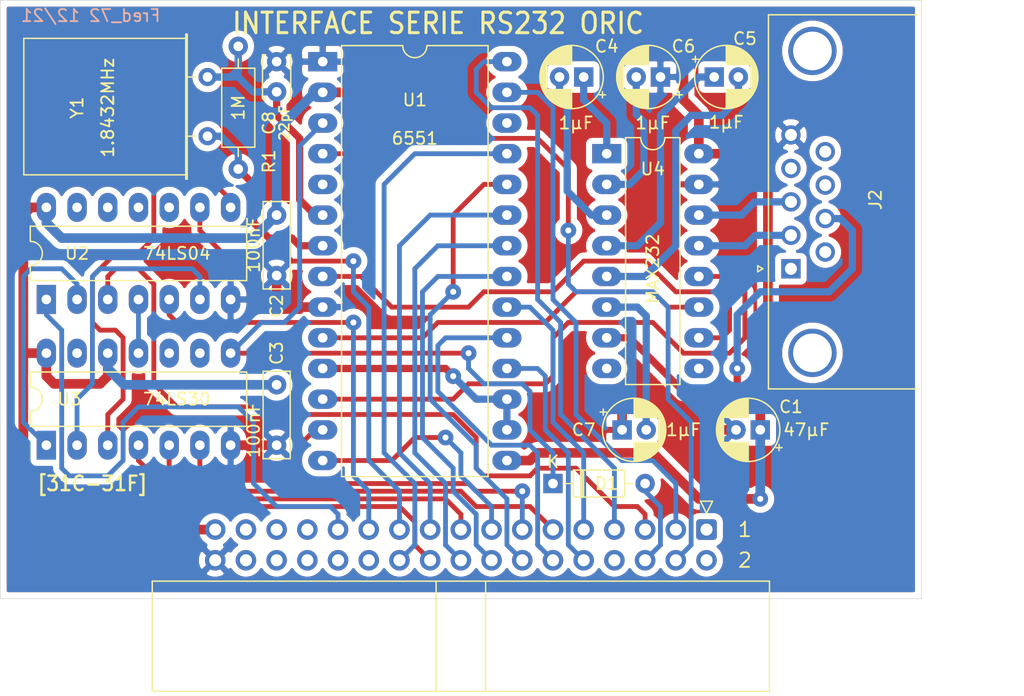
<source format=kicad_pcb>
(kicad_pcb (version 20171130) (host pcbnew "(5.1.12)-1")
  (title_block (title "INTERFACE ACIA ORIC") (rev 1.0))
  (layers (0 F.Cu signal) (31 B.Cu signal) (34 B.Paste user) (35 F.Paste user) (36 B.SilkS user) (37 F.SilkS user) (38 B.Mask user) (39 F.Mask user) (44 Edge.Cuts user))
  (net 0 "")
  (net 1 GND)
  (net 2 VCC)
  (net 3 /~RESET)
  (net 4 /D0)
  (net 5 /D1)
  (net 6 /D2)
  (net 7 /D3)
  (net 8 /D4)
  (net 9 /D5)
  (net 10 /D6)
  (net 11 /D7)
  (net 12 /A0)
  (net 13 /A1)
  (net 14 /A2)
  (net 15 /A3)
  (net 16 /A4)
  (net 17 /A5)
  (net 18 /A6)
  (net 19 /A7)
  (net 20 /A8)
  (net 21 /A9)
  (net 22 /A10)
  (net 23 /A11)
  (net 24 /A12)
  (net 25 /A13)
  (net 26 /A14)
  (net 27 /A15)
  (net 28 "Net-(C4-Pad2)")
  (net 29 "Net-(C5-Pad2)")
  (net 30 "Net-(C6-Pad2)")
  (net 31 /~IOCTRL)
  (net 32 "Net-(D1-Pad1)")
  (net 33 /~IRQ)
  (net 34 /~ROMDIS)
  (net 35 /R_~W)
  (net 36 /~IO)
  (net 37 /PHI2)
  (net 38 /~MAP)
  (net 39 "Net-(C7-Pad2)")
  (net 40 "Net-(U1-Pad5)")
  (net 41 "Net-(U1-Pad8)")
  (net 42 "Net-(U2-Pad6)")
  (net 43 "Net-(U2-Pad2)")
  (net 44 "Net-(U2-Pad8)")
  (net 45 "Net-(C4-Pad1)")
  (net 46 "Net-(C5-Pad1)")
  (net 47 "Net-(U1-Pad26)")
  (net 48 "Net-(U1-Pad12)")
  (net 49 "Net-(U1-Pad11)")
  (net 50 "Net-(U1-Pad10)")
  (net 51 "Net-(U2-Pad4)")
  (net 52 "Net-(U4-Pad8)")
  (net 53 "Net-(J2-Pad2)")
  (net 54 "Net-(J2-Pad3)")
  (net 55 "Net-(U4-Pad9)")
  (net 56 "Net-(J2-Pad9)")
  (net 57 "Net-(J2-Pad8)")
  (net 58 "Net-(J2-Pad7)")
  (net 59 "Net-(J2-Pad6)")
  (net 60 "Net-(J2-Pad4)")
  (net 61 "Net-(J2-Pad1)")
  (net 62 "Net-(C8-Pad2)")
  (net 63 "Net-(R1-Pad1)")
  (module Connector_Dsub:DSUB-9_Male_Horizontal_P2.77x2.84mm (layer F.Cu) (at 179.705 74.295 90)
    (fp_text reference J2 (at 5.715 6.985 90) (layer F.SilkS))
    (fp_text value RS232)
    (pad 0 thru_hole circle (at 18.034 1.778 90) (size 4 4) (drill 3.2) (layers *.Cu *.Mask))
    (pad 0 thru_hole circle (at -6.96 1.778 90) (size 4 4) (drill 3.2) (layers *.Cu *.Mask))
    (pad 9 thru_hole circle (at 9.695 2.84 90) (size 1.6 1.6) (drill 1) (layers *.Cu *.Mask) (net 56 "Net-(J2-Pad9)"))
    (pad 8 thru_hole circle (at 6.925 2.84 90) (size 1.6 1.6) (drill 1) (layers *.Cu *.Mask) (net 57 "Net-(J2-Pad8)"))
    (pad 7 thru_hole circle (at 4.155 2.84 90) (size 1.6 1.6) (drill 1) (layers *.Cu *.Mask) (net 58 "Net-(J2-Pad7)"))
    (pad 6 thru_hole circle (at 1.385 2.84 90) (size 1.6 1.6) (drill 1) (layers *.Cu *.Mask) (net 59 "Net-(J2-Pad6)"))
    (pad 5 thru_hole circle (at 11.08 0 90) (size 1.6 1.6) (drill 1) (layers *.Cu *.Mask) (net 1 GND))
    (pad 4 thru_hole circle (at 8.31 0 90) (size 1.6 1.6) (drill 1) (layers *.Cu *.Mask) (net 60 "Net-(J2-Pad4)"))
    (pad 3 thru_hole circle (at 5.54 0 90) (size 1.6 1.6) (drill 1) (layers *.Cu *.Mask) (net 54 "Net-(J2-Pad3)"))
    (pad 2 thru_hole circle (at 2.77 0 90) (size 1.6 1.6) (drill 1) (layers *.Cu *.Mask) (net 53 "Net-(J2-Pad2)"))
    (pad 1 thru_hole rect (at 0 0 90) (size 1.6 1.6) (drill 1) (layers *.Cu *.Mask) (net 61 "Net-(J2-Pad1)"))
  )
  (module Resistor_THT:R_Axial_DIN0207_L6.3mm_D2.5mm_P10.16mm_Horizontal (layer F.Cu) (at 133.985 66.04 90)
    (fp_text reference R1 (at 0.635 2.54 270) (layer F.SilkS))
    (fp_text value 1M (at 5.08 0 270) (layer F.SilkS))
    (pad 2 thru_hole oval (at 10.16 0 90) (size 1.6 1.6) (drill 0.8) (layers *.Cu *.Mask) (net 62 "Net-(C8-Pad2)"))
    (pad 1 thru_hole circle (at 0 0 90) (size 1.6 1.6) (drill 0.8) (layers *.Cu *.Mask) (net 63 "Net-(R1-Pad1)"))
  )
  (module Capacitor_THT:CP_Radial_D5.0mm_P2.00mm (layer F.Cu) (at 165.735 87.63)
    (fp_text reference C7 (at -3.175 0) (layer F.SilkS))
    (fp_text value 1µF (at 5.08 0) (layer F.SilkS))
    (pad 2 thru_hole circle (at 2 0) (size 1.6 1.6) (drill 0.8) (layers *.Cu *.Mask) (net 39 "Net-(C7-Pad2)"))
    (pad 1 thru_hole rect (at 0 0) (size 1.6 1.6) (drill 0.8) (layers *.Cu *.Mask) (net 1 GND))
  )
  (module Capacitor_THT:CP_Radial_D5.0mm_P2.00mm (layer F.Cu) (at 168.91 58.42 180)
    (fp_text reference C6 (at -1.905 2.54) (layer F.SilkS))
    (fp_text value 1µF (at 0.635 -3.81) (layer F.SilkS))
    (pad 2 thru_hole circle (at 2 0 180) (size 1.6 1.6) (drill 0.8) (layers *.Cu *.Mask) (net 30 "Net-(C6-Pad2)"))
    (pad 1 thru_hole rect (at 0 0 180) (size 1.6 1.6) (drill 0.8) (layers *.Cu *.Mask) (net 1 GND))
  )
  (module Capacitor_THT:CP_Radial_D5.0mm_P2.00mm (layer F.Cu) (at 173.355 58.42)
    (fp_text reference C5 (at 2.54 -3.175 180) (layer F.SilkS))
    (fp_text value 1µF (at 1 3.75 180) (layer F.SilkS))
    (pad 2 thru_hole circle (at 2 0) (size 1.6 1.6) (drill 0.8) (layers *.Cu *.Mask) (net 29 "Net-(C5-Pad2)"))
    (pad 1 thru_hole rect (at 0 0) (size 1.6 1.6) (drill 0.8) (layers *.Cu *.Mask) (net 46 "Net-(C5-Pad1)"))
  )
  (module Capacitor_THT:CP_Radial_D5.0mm_P2.00mm (layer F.Cu) (at 162.56 58.42 180)
    (fp_text reference C4 (at -1.905 2.54) (layer F.SilkS))
    (fp_text value 1µF (at 0.635 -3.81) (layer F.SilkS))
    (pad 2 thru_hole circle (at 2 0 180) (size 1.6 1.6) (drill 0.8) (layers *.Cu *.Mask) (net 28 "Net-(C4-Pad2)"))
    (pad 1 thru_hole rect (at 0 0 180) (size 1.6 1.6) (drill 0.8) (layers *.Cu *.Mask) (net 45 "Net-(C4-Pad1)"))
  )
  (module Crystal:Crystal_HC49-U_Horizontal (layer F.Cu) (at 131.445 58.42 270)
    (fp_text reference Y1 (at 2.54 10.795 90) (layer F.SilkS))
    (fp_text value 1.8432MHz (at 2.54 8.255 90) (layer F.SilkS))
    (pad 2 thru_hole circle (at 4.9 0 270) (size 1.5 1.5) (drill 0.8) (layers *.Cu *.Mask) (net 63 "Net-(R1-Pad1)"))
    (pad 1 thru_hole circle (at 0 0 270) (size 1.5 1.5) (drill 0.8) (layers *.Cu *.Mask) (net 62 "Net-(C8-Pad2)"))
  )
  (module Capacitor_THT:C_Disc_D3.4mm_W2.1mm_P2.50mm (layer F.Cu) (at 137.16 57.15 270)
    (fp_text reference C8 (at 5.08 0.635 90) (layer F.SilkS))
    (fp_text value 22pF (at 5.08 -0.635 90) (layer F.SilkS) (effects (font (size 0.8 0.8))))
    (pad 2 thru_hole circle (at 2.5 0 270) (size 1.6 1.6) (drill 0.8) (layers *.Cu *.Mask) (net 62 "Net-(C8-Pad2)"))
    (pad 1 thru_hole circle (at 0 0 270) (size 1.6 1.6) (drill 0.8) (layers *.Cu *.Mask) (net 1 GND))
  )
  (module Package_DIP:DIP-16_W7.62mm_LongPads (layer F.Cu) (at 164.465 64.77)
    (fp_text reference U4 (at 3.81 1.27) (layer F.SilkS))
    (fp_text value MAX232 (at 3.81 9.525 90) (layer F.SilkS))
    (pad 16 thru_hole oval (at 7.62 0) (size 2.4 1.6) (drill 0.8) (layers *.Cu *.Mask) (net 2 VCC))
    (pad 8 thru_hole oval (at 0 17.78) (size 2.4 1.6) (drill 0.8) (layers *.Cu *.Mask) (net 52 "Net-(U4-Pad8)"))
    (pad 15 thru_hole oval (at 7.62 2.54) (size 2.4 1.6) (drill 0.8) (layers *.Cu *.Mask) (net 1 GND))
    (pad 7 thru_hole oval (at 0 15.24) (size 2.4 1.6) (drill 0.8) (layers *.Cu *.Mask) (net 58 "Net-(J2-Pad7)"))
    (pad 14 thru_hole oval (at 7.62 5.08) (size 2.4 1.6) (drill 0.8) (layers *.Cu *.Mask) (net 54 "Net-(J2-Pad3)"))
    (pad 6 thru_hole oval (at 0 12.7) (size 2.4 1.6) (drill 0.8) (layers *.Cu *.Mask) (net 39 "Net-(C7-Pad2)"))
    (pad 13 thru_hole oval (at 7.62 7.62) (size 2.4 1.6) (drill 0.8) (layers *.Cu *.Mask) (net 53 "Net-(J2-Pad2)"))
    (pad 5 thru_hole oval (at 0 10.16) (size 2.4 1.6) (drill 0.8) (layers *.Cu *.Mask) (net 29 "Net-(C5-Pad2)"))
    (pad 12 thru_hole oval (at 7.62 10.16) (size 2.4 1.6) (drill 0.8) (layers *.Cu *.Mask) (net 48 "Net-(U1-Pad12)"))
    (pad 4 thru_hole oval (at 0 7.62) (size 2.4 1.6) (drill 0.8) (layers *.Cu *.Mask) (net 46 "Net-(C5-Pad1)"))
    (pad 11 thru_hole oval (at 7.62 12.7) (size 2.4 1.6) (drill 0.8) (layers *.Cu *.Mask) (net 50 "Net-(U1-Pad10)"))
    (pad 3 thru_hole oval (at 0 5.08) (size 2.4 1.6) (drill 0.8) (layers *.Cu *.Mask) (net 28 "Net-(C4-Pad2)"))
    (pad 10 thru_hole oval (at 7.62 15.24) (size 2.4 1.6) (drill 0.8) (layers *.Cu *.Mask) (net 41 "Net-(U1-Pad8)"))
    (pad 2 thru_hole oval (at 0 2.54) (size 2.4 1.6) (drill 0.8) (layers *.Cu *.Mask) (net 30 "Net-(C6-Pad2)"))
    (pad 9 thru_hole oval (at 7.62 17.78) (size 2.4 1.6) (drill 0.8) (layers *.Cu *.Mask) (net 55 "Net-(U4-Pad9)"))
    (pad 1 thru_hole rect (at 0 0) (size 2.4 1.6) (drill 0.8) (layers *.Cu *.Mask) (net 45 "Net-(C4-Pad1)"))
  )
  (module Package_DIP:DIP-14_W7.62mm_LongPads (layer F.Cu) (at 118.11 76.835 90)
    (fp_text reference U2 (at 3.81 2.54 180) (layer F.SilkS))
    (fp_text value 74LS04 (at 3.81 10.795 180) (layer F.SilkS))
    (pad 14 thru_hole oval (at 7.62 0 90) (size 2.4 1.6) (drill 0.8) (layers *.Cu *.Mask) (net 2 VCC))
    (pad 7 thru_hole oval (at 0 15.24 90) (size 2.4 1.6) (drill 0.8) (layers *.Cu *.Mask) (net 1 GND))
    (pad 13 thru_hole oval (at 7.62 2.54 90) (size 2.4 1.6) (drill 0.8) (layers *.Cu *.Mask))
    (pad 6 thru_hole oval (at 0 12.7 90) (size 2.4 1.6) (drill 0.8) (layers *.Cu *.Mask) (net 42 "Net-(U2-Pad6)"))
    (pad 12 thru_hole oval (at 7.62 5.08 90) (size 2.4 1.6) (drill 0.8) (layers *.Cu *.Mask))
    (pad 5 thru_hole oval (at 0 10.16 90) (size 2.4 1.6) (drill 0.8) (layers *.Cu *.Mask) (net 18 /A6))
    (pad 11 thru_hole oval (at 7.62 7.62 90) (size 2.4 1.6) (drill 0.8) (layers *.Cu *.Mask))
    (pad 4 thru_hole oval (at 0 7.62 90) (size 2.4 1.6) (drill 0.8) (layers *.Cu *.Mask) (net 51 "Net-(U2-Pad4)"))
    (pad 10 thru_hole oval (at 7.62 10.16 90) (size 2.4 1.6) (drill 0.8) (layers *.Cu *.Mask))
    (pad 3 thru_hole oval (at 0 5.08 90) (size 2.4 1.6) (drill 0.8) (layers *.Cu *.Mask) (net 36 /~IO))
    (pad 9 thru_hole oval (at 7.62 12.7 90) (size 2.4 1.6) (drill 0.8) (layers *.Cu *.Mask) (net 17 /A5))
    (pad 2 thru_hole oval (at 0 2.54 90) (size 2.4 1.6) (drill 0.8) (layers *.Cu *.Mask) (net 43 "Net-(U2-Pad2)"))
    (pad 8 thru_hole oval (at 7.62 15.24 90) (size 2.4 1.6) (drill 0.8) (layers *.Cu *.Mask) (net 44 "Net-(U2-Pad8)"))
    (pad 1 thru_hole rect (at 0 0 90) (size 2.4 1.6) (drill 0.8) (layers *.Cu *.Mask) (net 19 /A7))
  )
  (module Package_DIP:DIP-28_W15.24mm_LongPads (layer F.Cu) (at 140.97 57.15)
    (fp_text reference U1 (at 7.62 3.175) (layer F.SilkS))
    (fp_text value 6551 (at 7.62 6.35) (layer F.SilkS))
    (pad 28 thru_hole oval (at 15.24 0) (size 2.4 1.6) (drill 0.8) (layers *.Cu *.Mask) (net 35 /R_~W))
    (pad 14 thru_hole oval (at 0 33.02) (size 2.4 1.6) (drill 0.8) (layers *.Cu *.Mask) (net 13 /A1))
    (pad 27 thru_hole oval (at 15.24 2.54) (size 2.4 1.6) (drill 0.8) (layers *.Cu *.Mask) (net 37 /PHI2))
    (pad 13 thru_hole oval (at 0 30.48) (size 2.4 1.6) (drill 0.8) (layers *.Cu *.Mask) (net 12 /A0))
    (pad 26 thru_hole oval (at 15.24 5.08) (size 2.4 1.6) (drill 0.8) (layers *.Cu *.Mask) (net 47 "Net-(U1-Pad26)"))
    (pad 12 thru_hole oval (at 0 27.94) (size 2.4 1.6) (drill 0.8) (layers *.Cu *.Mask) (net 48 "Net-(U1-Pad12)"))
    (pad 25 thru_hole oval (at 15.24 7.62) (size 2.4 1.6) (drill 0.8) (layers *.Cu *.Mask) (net 11 /D7))
    (pad 11 thru_hole oval (at 0 25.4) (size 2.4 1.6) (drill 0.8) (layers *.Cu *.Mask) (net 49 "Net-(U1-Pad11)"))
    (pad 24 thru_hole oval (at 15.24 10.16) (size 2.4 1.6) (drill 0.8) (layers *.Cu *.Mask) (net 10 /D6))
    (pad 10 thru_hole oval (at 0 22.86) (size 2.4 1.6) (drill 0.8) (layers *.Cu *.Mask) (net 50 "Net-(U1-Pad10)"))
    (pad 23 thru_hole oval (at 15.24 12.7) (size 2.4 1.6) (drill 0.8) (layers *.Cu *.Mask) (net 9 /D5))
    (pad 9 thru_hole oval (at 0 20.32) (size 2.4 1.6) (drill 0.8) (layers *.Cu *.Mask) (net 1 GND))
    (pad 22 thru_hole oval (at 15.24 15.24) (size 2.4 1.6) (drill 0.8) (layers *.Cu *.Mask) (net 8 /D4))
    (pad 8 thru_hole oval (at 0 17.78) (size 2.4 1.6) (drill 0.8) (layers *.Cu *.Mask) (net 41 "Net-(U1-Pad8)"))
    (pad 21 thru_hole oval (at 15.24 17.78) (size 2.4 1.6) (drill 0.8) (layers *.Cu *.Mask) (net 7 /D3))
    (pad 7 thru_hole oval (at 0 15.24) (size 2.4 1.6) (drill 0.8) (layers *.Cu *.Mask) (net 63 "Net-(R1-Pad1)"))
    (pad 20 thru_hole oval (at 15.24 20.32) (size 2.4 1.6) (drill 0.8) (layers *.Cu *.Mask) (net 6 /D2))
    (pad 6 thru_hole oval (at 0 12.7) (size 2.4 1.6) (drill 0.8) (layers *.Cu *.Mask) (net 62 "Net-(C8-Pad2)"))
    (pad 19 thru_hole oval (at 15.24 22.86) (size 2.4 1.6) (drill 0.8) (layers *.Cu *.Mask) (net 5 /D1))
    (pad 5 thru_hole oval (at 0 10.16) (size 2.4 1.6) (drill 0.8) (layers *.Cu *.Mask) (net 40 "Net-(U1-Pad5)"))
    (pad 18 thru_hole oval (at 15.24 25.4) (size 2.4 1.6) (drill 0.8) (layers *.Cu *.Mask) (net 4 /D0))
    (pad 4 thru_hole oval (at 0 7.62) (size 2.4 1.6) (drill 0.8) (layers *.Cu *.Mask) (net 3 /~RESET))
    (pad 17 thru_hole oval (at 15.24 27.94) (size 2.4 1.6) (drill 0.8) (layers *.Cu *.Mask) (net 49 "Net-(U1-Pad11)"))
    (pad 3 thru_hole oval (at 0 5.08) (size 2.4 1.6) (drill 0.8) (layers *.Cu *.Mask) (net 32 "Net-(D1-Pad1)"))
    (pad 16 thru_hole oval (at 15.24 30.48) (size 2.4 1.6) (drill 0.8) (layers *.Cu *.Mask) (net 49 "Net-(U1-Pad11)"))
    (pad 2 thru_hole oval (at 0 2.54) (size 2.4 1.6) (drill 0.8) (layers *.Cu *.Mask) (net 2 VCC))
    (pad 15 thru_hole oval (at 15.24 33.02) (size 2.4 1.6) (drill 0.8) (layers *.Cu *.Mask) (net 2 VCC))
    (pad 1 thru_hole rect (at 0 0) (size 2.4 1.6) (drill 0.8) (layers *.Cu *.Mask) (net 1 GND))
  )
  (module Connector_IDC:IDC-Header_2x17_P2.54mm_Horizontal (layer F.Cu) (at 172.72 95.885 270)
    (fp_text reference J1 hide)
    (fp_text value SLOT1)
    (pad 34 thru_hole circle (at 2.54 40.64 270) (size 1.7 1.7) (drill 1) (layers *.Cu *.Mask) (net 1 GND))
    (pad 32 thru_hole circle (at 2.54 38.1 270) (size 1.7 1.7) (drill 1) (layers *.Cu *.Mask) (net 23 /A11))
    (pad 30 thru_hole circle (at 2.54 35.56 270) (size 1.7 1.7) (drill 1) (layers *.Cu *.Mask) (net 24 /A12))
    (pad 28 thru_hole circle (at 2.54 33.02 270) (size 1.7 1.7) (drill 1) (layers *.Cu *.Mask) (net 25 /A13))
    (pad 26 thru_hole circle (at 2.54 30.48 270) (size 1.7 1.7) (drill 1) (layers *.Cu *.Mask) (net 26 /A14))
    (pad 24 thru_hole circle (at 2.54 27.94 270) (size 1.7 1.7) (drill 1) (layers *.Cu *.Mask) (net 27 /A15))
    (pad 22 thru_hole circle (at 2.54 25.4 270) (size 1.7 1.7) (drill 1) (layers *.Cu *.Mask) (net 11 /D7))
    (pad 20 thru_hole circle (at 2.54 22.86 270) (size 1.7 1.7) (drill 1) (layers *.Cu *.Mask) (net 16 /A4))
    (pad 18 thru_hole circle (at 2.54 20.32 270) (size 1.7 1.7) (drill 1) (layers *.Cu *.Mask) (net 8 /D4))
    (pad 16 thru_hole circle (at 2.54 17.78 270) (size 1.7 1.7) (drill 1) (layers *.Cu *.Mask) (net 7 /D3))
    (pad 14 thru_hole circle (at 2.54 15.24 270) (size 1.7 1.7) (drill 1) (layers *.Cu *.Mask) (net 10 /D6))
    (pad 12 thru_hole circle (at 2.54 12.7 270) (size 1.7 1.7) (drill 1) (layers *.Cu *.Mask) (net 5 /D1))
    (pad 10 thru_hole circle (at 2.54 10.16 270) (size 1.7 1.7) (drill 1) (layers *.Cu *.Mask) (net 4 /D0))
    (pad 8 thru_hole circle (at 2.54 7.62 270) (size 1.7 1.7) (drill 1) (layers *.Cu *.Mask) (net 33 /~IRQ))
    (pad 6 thru_hole circle (at 2.54 5.08 270) (size 1.7 1.7) (drill 1) (layers *.Cu *.Mask) (net 31 /~IOCTRL))
    (pad 4 thru_hole circle (at 2.54 2.54 270) (size 1.7 1.7) (drill 1) (layers *.Cu *.Mask) (net 3 /~RESET))
    (pad 2 thru_hole circle (at 2.54 0 270) (size 1.7 1.7) (drill 1) (layers *.Cu *.Mask) (net 34 /~ROMDIS))
    (pad 33 thru_hole circle (at 0 40.64 270) (size 1.7 1.7) (drill 1) (layers *.Cu *.Mask) (net 2 VCC))
    (pad 31 thru_hole circle (at 0 38.1 270) (size 1.7 1.7) (drill 1) (layers *.Cu *.Mask) (net 22 /A10))
    (pad 29 thru_hole circle (at 0 35.56 270) (size 1.7 1.7) (drill 1) (layers *.Cu *.Mask) (net 21 /A9))
    (pad 27 thru_hole circle (at 0 33.02 270) (size 1.7 1.7) (drill 1) (layers *.Cu *.Mask) (net 20 /A8))
    (pad 25 thru_hole circle (at 0 30.48 270) (size 1.7 1.7) (drill 1) (layers *.Cu *.Mask) (net 19 /A7))
    (pad 23 thru_hole circle (at 0 27.94 270) (size 1.7 1.7) (drill 1) (layers *.Cu *.Mask) (net 18 /A6))
    (pad 21 thru_hole circle (at 0 25.4 270) (size 1.7 1.7) (drill 1) (layers *.Cu *.Mask) (net 17 /A5))
    (pad 19 thru_hole circle (at 0 22.86 270) (size 1.7 1.7) (drill 1) (layers *.Cu *.Mask) (net 9 /D5))
    (pad 17 thru_hole circle (at 0 20.32 270) (size 1.7 1.7) (drill 1) (layers *.Cu *.Mask) (net 14 /A2))
    (pad 15 thru_hole circle (at 0 17.78 270) (size 1.7 1.7) (drill 1) (layers *.Cu *.Mask) (net 13 /A1))
    (pad 13 thru_hole circle (at 0 15.24 270) (size 1.7 1.7) (drill 1) (layers *.Cu *.Mask) (net 12 /A0))
    (pad 11 thru_hole circle (at 0 12.7 270) (size 1.7 1.7) (drill 1) (layers *.Cu *.Mask) (net 15 /A3))
    (pad 9 thru_hole circle (at 0 10.16 270) (size 1.7 1.7) (drill 1) (layers *.Cu *.Mask) (net 6 /D2))
    (pad 7 thru_hole circle (at 0 7.62 270) (size 1.7 1.7) (drill 1) (layers *.Cu *.Mask) (net 35 /R_~W))
    (pad 5 thru_hole circle (at 0 5.08 270) (size 1.7 1.7) (drill 1) (layers *.Cu *.Mask) (net 36 /~IO))
    (pad 3 thru_hole circle (at 0 2.54 270) (size 1.7 1.7) (drill 1) (layers *.Cu *.Mask) (net 37 /PHI2))
    (pad 1 thru_hole roundrect (at 0 0 270) (size 1.7 1.7) (drill 1) (layers *.Cu *.Mask) (roundrect_rratio 0.1470588235294118) (net 38 /~MAP))
  )
  (module Diode_THT:D_DO-35_SOD27_P7.62mm_Horizontal (layer F.Cu) (at 160.02 92.075)
    (fp_text reference D1 (at 4.445 0) (layer F.SilkS))
    (fp_text value 1N4148)
    (fp_text user K (at 0 -1.8) (layer F.SilkS))
    (pad 2 thru_hole oval (at 7.62 0) (size 1.6 1.6) (drill 0.8) (layers *.Cu *.Mask) (net 31 /~IOCTRL))
    (pad 1 thru_hole rect (at 0 0) (size 1.6 1.6) (drill 0.8) (layers *.Cu *.Mask) (net 32 "Net-(D1-Pad1)"))
  )
  (module Capacitor_THT:C_Rect_L7.0mm_W2.0mm_P5.00mm (layer F.Cu) (at 137.16 88.9 90)
    (fp_text reference C3 (at 7.62 0 90) (layer F.SilkS))
    (fp_text value 100nF (at 1.27 -1.905 90) (layer F.SilkS))
    (pad 2 thru_hole circle (at 5 0 90) (size 1.6 1.6) (drill 0.8) (layers *.Cu *.Mask) (net 2 VCC))
    (pad 1 thru_hole circle (at 0 0 90) (size 1.6 1.6) (drill 0.8) (layers *.Cu *.Mask) (net 1 GND))
  )
  (module Capacitor_THT:C_Rect_L7.0mm_W2.0mm_P5.00mm (layer F.Cu) (at 137.16 74.85 90)
    (fp_text reference C2 (at -2.54 0 90) (layer F.SilkS))
    (fp_text value 100nF (at 2.54 -1.905 90) (layer F.SilkS))
    (pad 2 thru_hole circle (at 5 0 90) (size 1.6 1.6) (drill 0.8) (layers *.Cu *.Mask) (net 2 VCC))
    (pad 1 thru_hole circle (at 0 0 90) (size 1.6 1.6) (drill 0.8) (layers *.Cu *.Mask) (net 1 GND))
  )
  (module Package_DIP:DIP-14_W7.62mm_LongPads (layer F.Cu) (at 118.11 88.9 90)
    (fp_text reference U3 (at 3.81 1.905 180) (layer F.SilkS))
    (fp_text value 74LS30 (at 3.81 10.795 180) (layer F.SilkS))
    (pad 14 thru_hole oval (at 7.62 0 90) (size 2.4 1.6) (drill 0.8) (layers *.Cu *.Mask) (net 2 VCC))
    (pad 7 thru_hole oval (at 0 15.24 90) (size 2.4 1.6) (drill 0.8) (layers *.Cu *.Mask) (net 1 GND))
    (pad 13 thru_hole oval (at 7.62 2.54 90) (size 2.4 1.6) (drill 0.8) (layers *.Cu *.Mask))
    (pad 6 thru_hole oval (at 0 12.7 90) (size 2.4 1.6) (drill 0.8) (layers *.Cu *.Mask) (net 15 /A3))
    (pad 12 thru_hole oval (at 7.62 5.08 90) (size 2.4 1.6) (drill 0.8) (layers *.Cu *.Mask) (net 2 VCC))
    (pad 5 thru_hole oval (at 0 10.16 90) (size 2.4 1.6) (drill 0.8) (layers *.Cu *.Mask) (net 14 /A2))
    (pad 11 thru_hole oval (at 7.62 7.62 90) (size 2.4 1.6) (drill 0.8) (layers *.Cu *.Mask) (net 51 "Net-(U2-Pad4)"))
    (pad 4 thru_hole oval (at 0 7.62 90) (size 2.4 1.6) (drill 0.8) (layers *.Cu *.Mask) (net 16 /A4))
    (pad 10 thru_hole oval (at 7.62 10.16 90) (size 2.4 1.6) (drill 0.8) (layers *.Cu *.Mask))
    (pad 3 thru_hole oval (at 0 5.08 90) (size 2.4 1.6) (drill 0.8) (layers *.Cu *.Mask) (net 44 "Net-(U2-Pad8)"))
    (pad 9 thru_hole oval (at 7.62 12.7 90) (size 2.4 1.6) (drill 0.8) (layers *.Cu *.Mask))
    (pad 2 thru_hole oval (at 0 2.54 90) (size 2.4 1.6) (drill 0.8) (layers *.Cu *.Mask) (net 42 "Net-(U2-Pad6)"))
    (pad 8 thru_hole oval (at 7.62 15.24 90) (size 2.4 1.6) (drill 0.8) (layers *.Cu *.Mask) (net 32 "Net-(D1-Pad1)"))
    (pad 1 thru_hole rect (at 0 0 90) (size 2.4 1.6) (drill 0.8) (layers *.Cu *.Mask) (net 43 "Net-(U2-Pad2)"))
  )
  (module Capacitor_THT:CP_Radial_D5.0mm_P2.00mm (layer F.Cu) (at 177.165 87.63 180)
    (fp_text reference C1 (at -2.54 1.905) (layer F.SilkS))
    (fp_text value 47µF (at -3.81 0) (layer F.SilkS))
    (pad 2 thru_hole circle (at 2 0 180) (size 1.6 1.6) (drill 0.8) (layers *.Cu *.Mask) (net 1 GND))
    (pad 1 thru_hole rect (at 0 0 180) (size 1.6 1.6) (drill 0.8) (layers *.Cu *.Mask) (net 2 VCC))
  )
  (gr_line (start 190.5 52.07) (end 114.3 52.07) (layer Edge.Cuts) (width 0.05))
  (gr_line (start 114.3 101.6) (end 190.5 101.6) (layer Edge.Cuts) (width 0.05))
  (gr_line (start 114.3 52.07) (end 114.3 101.6) (layer Edge.Cuts) (width 0.05))
  (gr_text "Fred_72 12/21" (at 127.635 53.34) (layer B.SilkS) (effects (font (size 1 1)) (justify left mirror)))
  (gr_text "INTERFACE SERIE RS232 ORIC" (at 133.35 53.975) (layer F.SilkS) (effects (font (size 1.7 1.5) (thickness 0.25)) (justify left)))
  (gr_text 2 (at 175.895 98.425) (layer F.SilkS) (effects (font (size 1.2 1.2))))
  (gr_text 1 (at 175.895 95.885) (layer F.SilkS) (effects (font (size 1.2 1.2))))
  (gr_text [31C-31F] (at 121.92 92.075) (layer F.SilkS) (effects (font (size 1.2 1.1) (thickness 0.2))))
  (gr_line (start 190.5 101.6) (end 190.5 52.07) (layer Edge.Cuts) (width 0.05))
  (segment (start 140.97 77.47) (end 138.43 77.47) (width 0.8) (layer F.Cu) (net 1))
  (segment (start 137.16 76.2) (end 137.16 74.85) (width 0.8) (layer F.Cu) (net 1))
  (segment (start 138.43 77.47) (end 137.16 76.2) (width 0.8) (layer F.Cu) (net 1))
  (segment (start 137.16 88.9) (end 133.35 88.9) (width 0.8) (layer F.Cu) (net 1))
  (segment (start 175.165 87.63) (end 170.815 87.63) (width 0.8) (layer F.Cu) (net 1))
  (segment (start 170.815 87.63) (end 168.275 85.09) (width 0.8) (layer F.Cu) (net 1))
  (segment (start 168.275 85.09) (end 166.37 85.09) (width 0.8) (layer F.Cu) (net 1))
  (segment (start 165.735 85.725) (end 165.735 87.63) (width 0.8) (layer F.Cu) (net 1))
  (segment (start 166.37 85.09) (end 165.735 85.725) (width 0.8) (layer F.Cu) (net 1))
  (segment (start 132.08 95.885) (end 119.38 95.885) (width 0.8) (layer F.Cu) (net 2))
  (segment (start 119.38 95.885) (end 116.205 92.71) (width 0.8) (layer F.Cu) (net 2))
  (segment (start 123.19 81.28) (end 123.19 83.185) (width 0.8) (layer F.Cu) (net 2))
  (segment (start 123.19 83.185) (end 122.555 83.82) (width 0.8) (layer F.Cu) (net 2))
  (segment (start 122.555 83.82) (end 118.745 83.82) (width 0.8) (layer F.Cu) (net 2))
  (segment (start 118.11 83.185) (end 118.11 81.28) (width 0.8) (layer F.Cu) (net 2))
  (segment (start 118.745 83.82) (end 118.11 83.185) (width 0.8) (layer F.Cu) (net 2))
  (segment (start 118.11 69.215) (end 116.84 69.215) (width 0.8) (layer F.Cu) (net 2))
  (segment (start 116.84 69.215) (end 116.205 69.85) (width 0.8) (layer F.Cu) (net 2))
  (segment (start 116.205 92.71) (end 116.205 81.28) (width 0.8) (layer F.Cu) (net 2))
  (segment (start 118.11 81.28) (end 116.205 81.28) (width 0.8) (layer F.Cu) (net 2))
  (segment (start 116.205 69.85) (end 116.205 81.28) (width 0.8) (layer F.Cu) (net 2))
  (segment (start 137.16 83.9) (end 124.54 83.9) (width 0.8) (layer B.Cu) (net 2))
  (segment (start 123.19 82.55) (end 123.19 81.28) (width 0.8) (layer B.Cu) (net 2))
  (segment (start 124.54 83.9) (end 123.19 82.55) (width 0.8) (layer B.Cu) (net 2))
  (segment (start 118.11 69.215) (end 118.11 70.485) (width 0.8) (layer B.Cu) (net 2))
  (segment (start 118.11 70.485) (end 119.38 71.755) (width 0.8) (layer B.Cu) (net 2))
  (segment (start 135.255 71.755) (end 137.16 69.85) (width 0.8) (layer B.Cu) (net 2))
  (segment (start 119.38 71.755) (end 135.255 71.755) (width 0.8) (layer B.Cu) (net 2))
  (segment (start 140.97 59.69) (end 140.335 59.69) (width 0.8) (layer B.Cu) (net 2))
  (segment (start 137.16 62.865) (end 137.16 69.85) (width 0.8) (layer B.Cu) (net 2))
  (segment (start 140.335 59.69) (end 137.16 62.865) (width 0.8) (layer B.Cu) (net 2))
  (segment (start 172.085 64.77) (end 175.26 64.77) (width 0.8) (layer F.Cu) (net 2))
  (segment (start 175.26 64.77) (end 177.8 67.31) (width 0.8) (layer F.Cu) (net 2))
  (segment (start 177.8 67.31) (end 177.8 81.915) (width 0.8) (layer F.Cu) (net 2))
  (segment (start 177.165 82.55) (end 177.165 87.63) (width 0.8) (layer F.Cu) (net 2))
  (segment (start 177.8 81.915) (end 177.165 82.55) (width 0.8) (layer F.Cu) (net 2))
  (via (at 177.165 93.345) (size 1.3) (drill 0.5) (layers F.Cu B.Cu) (net 2))
  (segment (start 177.165 93.345) (end 177.165 87.63) (width 0.8) (layer B.Cu) (net 2))
  (segment (start 144.78 59.69) (end 140.97 59.69) (width 0.8) (layer F.Cu) (net 2))
  (segment (start 149.86 54.61) (end 144.78 59.69) (width 0.8) (layer F.Cu) (net 2))
  (segment (start 169.545 54.61) (end 149.86 54.61) (width 0.8) (layer F.Cu) (net 2))
  (segment (start 170.815 55.88) (end 169.545 54.61) (width 0.8) (layer F.Cu) (net 2))
  (segment (start 170.815 60.325) (end 170.815 55.88) (width 0.8) (layer F.Cu) (net 2))
  (segment (start 172.085 61.595) (end 170.815 60.325) (width 0.8) (layer F.Cu) (net 2))
  (segment (start 172.085 64.77) (end 172.085 61.595) (width 0.8) (layer F.Cu) (net 2))
  (segment (start 158.115 90.17) (end 156.21 90.17) (width 0.8) (layer F.Cu) (net 2))
  (segment (start 158.75 89.535) (end 158.115 90.17) (width 0.8) (layer F.Cu) (net 2))
  (segment (start 168.275 89.535) (end 158.75 89.535) (width 0.8) (layer F.Cu) (net 2))
  (segment (start 172.085 93.345) (end 168.275 89.535) (width 0.8) (layer F.Cu) (net 2))
  (segment (start 177.165 93.345) (end 172.085 93.345) (width 0.8) (layer F.Cu) (net 2))
  (segment (start 146.685 64.77) (end 140.97 64.77) (width 0.4) (layer F.Cu) (net 3))
  (via (at 161.29 71.12) (size 1.3) (drill 0.5) (layers F.Cu B.Cu) (net 3))
  (segment (start 171.45 97.155) (end 170.18 98.425) (width 0.4) (layer B.Cu) (net 3))
  (segment (start 161.29 71.12) (end 161.29 75.565) (width 0.4) (layer B.Cu) (net 3))
  (segment (start 168.275 76.2) (end 169.545 77.47) (width 0.4) (layer B.Cu) (net 3))
  (segment (start 161.29 75.565) (end 161.925 76.2) (width 0.4) (layer B.Cu) (net 3))
  (segment (start 161.29 71.12) (end 161.29 66.04) (width 0.4) (layer F.Cu) (net 3))
  (segment (start 161.925 76.2) (end 168.275 76.2) (width 0.4) (layer B.Cu) (net 3))
  (segment (start 169.545 77.47) (end 169.545 85.09) (width 0.4) (layer B.Cu) (net 3))
  (segment (start 169.545 85.09) (end 171.45 86.995) (width 0.4) (layer B.Cu) (net 3))
  (segment (start 171.45 86.995) (end 171.45 97.155) (width 0.4) (layer B.Cu) (net 3))
  (segment (start 161.29 66.04) (end 158.75 63.5) (width 0.4) (layer F.Cu) (net 3))
  (segment (start 158.75 63.5) (end 147.955 63.5) (width 0.4) (layer F.Cu) (net 3))
  (segment (start 147.955 63.5) (end 146.685 64.77) (width 0.4) (layer F.Cu) (net 3))
  (segment (start 161.29 97.155) (end 162.56 98.425) (width 0.4) (layer B.Cu) (net 4))
  (segment (start 158.75 82.55) (end 159.385 83.185) (width 0.4) (layer B.Cu) (net 4))
  (segment (start 156.21 82.55) (end 158.75 82.55) (width 0.4) (layer B.Cu) (net 4))
  (segment (start 161.29 89.535) (end 159.385 87.63) (width 0.4) (layer B.Cu) (net 4))
  (segment (start 161.29 97.155) (end 161.29 89.535) (width 0.4) (layer B.Cu) (net 4))
  (segment (start 159.385 83.185) (end 159.385 87.63) (width 0.4) (layer B.Cu) (net 4))
  (segment (start 158.75 97.155) (end 160.02 98.425) (width 0.4) (layer B.Cu) (net 5))
  (segment (start 158.115 88.9) (end 158.75 89.535) (width 0.4) (layer B.Cu) (net 5))
  (segment (start 154.94 88.9) (end 158.115 88.9) (width 0.4) (layer B.Cu) (net 5))
  (segment (start 150.495 84.455) (end 154.94 88.9) (width 0.4) (layer B.Cu) (net 5))
  (segment (start 150.495 80.645) (end 150.495 84.455) (width 0.4) (layer B.Cu) (net 5))
  (segment (start 151.13 80.01) (end 150.495 80.645) (width 0.4) (layer B.Cu) (net 5))
  (segment (start 158.75 89.535) (end 158.75 97.155) (width 0.4) (layer B.Cu) (net 5))
  (segment (start 156.21 80.01) (end 151.13 80.01) (width 0.4) (layer B.Cu) (net 5))
  (segment (start 158.115 77.47) (end 156.21 77.47) (width 0.4) (layer B.Cu) (net 6))
  (segment (start 160.02 79.375) (end 158.115 77.47) (width 0.4) (layer B.Cu) (net 6))
  (segment (start 160.02 86.995) (end 160.02 79.375) (width 0.4) (layer B.Cu) (net 6))
  (segment (start 162.56 89.535) (end 160.02 86.995) (width 0.4) (layer B.Cu) (net 6))
  (segment (start 162.56 95.885) (end 162.56 89.535) (width 0.4) (layer B.Cu) (net 6))
  (segment (start 153.67 97.155) (end 154.94 98.425) (width 0.4) (layer B.Cu) (net 7))
  (segment (start 153.67 94.615) (end 153.67 97.155) (width 0.4) (layer B.Cu) (net 7))
  (segment (start 151.765 90.805) (end 151.765 92.71) (width 0.4) (layer B.Cu) (net 7))
  (segment (start 149.225 76.2) (end 149.225 88.265) (width 0.4) (layer B.Cu) (net 7))
  (segment (start 149.225 88.265) (end 151.765 90.805) (width 0.4) (layer B.Cu) (net 7))
  (segment (start 150.495 74.93) (end 149.225 76.2) (width 0.4) (layer B.Cu) (net 7))
  (segment (start 151.765 92.71) (end 153.67 94.615) (width 0.4) (layer B.Cu) (net 7))
  (segment (start 156.21 74.93) (end 150.495 74.93) (width 0.4) (layer B.Cu) (net 7))
  (segment (start 150.495 72.39) (end 156.21 72.39) (width 0.4) (layer B.Cu) (net 8))
  (segment (start 148.59 74.295) (end 150.495 72.39) (width 0.4) (layer B.Cu) (net 8))
  (segment (start 148.59 89.535) (end 148.59 74.295) (width 0.4) (layer B.Cu) (net 8))
  (segment (start 151.13 92.075) (end 148.59 89.535) (width 0.4) (layer B.Cu) (net 8))
  (segment (start 151.13 97.155) (end 151.13 92.075) (width 0.4) (layer B.Cu) (net 8))
  (segment (start 152.4 98.425) (end 151.13 97.155) (width 0.4) (layer B.Cu) (net 8))
  (segment (start 149.86 95.885) (end 149.86 92.075) (width 0.4) (layer B.Cu) (net 9))
  (segment (start 149.86 92.075) (end 147.32 89.535) (width 0.4) (layer B.Cu) (net 9))
  (segment (start 147.32 89.535) (end 147.32 72.39) (width 0.4) (layer B.Cu) (net 9))
  (segment (start 149.86 69.85) (end 156.21 69.85) (width 0.4) (layer B.Cu) (net 9))
  (segment (start 147.32 72.39) (end 149.86 69.85) (width 0.4) (layer B.Cu) (net 9))
  (via (at 151.765 76.2) (size 1.3) (drill 0.5) (layers F.Cu B.Cu) (net 10))
  (segment (start 151.765 76.2) (end 151.765 69.85) (width 0.4) (layer F.Cu) (net 10))
  (segment (start 154.305 67.31) (end 156.21 67.31) (width 0.4) (layer F.Cu) (net 10))
  (segment (start 151.765 69.85) (end 154.305 67.31) (width 0.4) (layer F.Cu) (net 10))
  (segment (start 149.86 78.105) (end 151.765 76.2) (width 0.4) (layer B.Cu) (net 10))
  (segment (start 149.86 85.09) (end 149.86 78.105) (width 0.4) (layer B.Cu) (net 10))
  (segment (start 153.67 88.9) (end 149.86 85.09) (width 0.4) (layer B.Cu) (net 10))
  (segment (start 153.67 90.805) (end 153.67 88.9) (width 0.4) (layer B.Cu) (net 10))
  (segment (start 156.21 93.345) (end 153.67 90.805) (width 0.4) (layer B.Cu) (net 10))
  (segment (start 156.21 97.155) (end 156.21 93.345) (width 0.4) (layer B.Cu) (net 10))
  (segment (start 157.48 98.425) (end 156.21 97.155) (width 0.4) (layer B.Cu) (net 10))
  (segment (start 148.59 64.77) (end 156.21 64.77) (width 0.4) (layer B.Cu) (net 11))
  (segment (start 146.05 67.31) (end 148.59 64.77) (width 0.4) (layer B.Cu) (net 11))
  (segment (start 148.59 92.075) (end 146.05 89.535) (width 0.4) (layer B.Cu) (net 11))
  (segment (start 148.59 97.155) (end 148.59 92.075) (width 0.4) (layer B.Cu) (net 11))
  (segment (start 146.05 89.535) (end 146.05 67.31) (width 0.4) (layer B.Cu) (net 11))
  (segment (start 147.32 98.425) (end 148.59 97.155) (width 0.4) (layer B.Cu) (net 11))
  (segment (start 157.48 92.71) (end 157.48 95.885) (width 0.4) (layer B.Cu) (net 12))
  (segment (start 139.7 92.075) (end 139.065 91.44) (width 0.4) (layer F.Cu) (net 12))
  (segment (start 140.335 87.63) (end 140.97 87.63) (width 0.4) (layer F.Cu) (net 12))
  (segment (start 153.035 92.075) (end 139.7 92.075) (width 0.4) (layer F.Cu) (net 12))
  (segment (start 139.065 88.9) (end 140.335 87.63) (width 0.4) (layer F.Cu) (net 12))
  (segment (start 153.67 92.71) (end 153.035 92.075) (width 0.4) (layer F.Cu) (net 12))
  (segment (start 139.065 91.44) (end 139.065 88.9) (width 0.4) (layer F.Cu) (net 12))
  (segment (start 157.48 92.71) (end 153.67 92.71) (width 0.4) (layer F.Cu) (net 12))
  (via (at 157.48 92.71) (size 1.3) (drill 0.5) (layers F.Cu B.Cu) (net 12))
  (segment (start 146.685 90.17) (end 140.97 90.17) (width 0.4) (layer F.Cu) (net 13))
  (segment (start 148.59 88.265) (end 146.685 90.17) (width 0.4) (layer F.Cu) (net 13))
  (segment (start 151.13 88.265) (end 148.59 88.265) (width 0.4) (layer F.Cu) (net 13))
  (segment (start 154.94 93.98) (end 154.94 95.885) (width 0.4) (layer B.Cu) (net 13))
  (segment (start 152.4 91.44) (end 154.94 93.98) (width 0.4) (layer B.Cu) (net 13))
  (segment (start 152.4 89.535) (end 152.4 91.44) (width 0.4) (layer B.Cu) (net 13))
  (segment (start 151.13 88.265) (end 152.4 89.535) (width 0.4) (layer B.Cu) (net 13))
  (via (at 151.13 88.265) (size 1.3) (drill 0.5) (layers F.Cu B.Cu) (net 13))
  (segment (start 128.27 88.9) (end 128.27 90.17) (width 0.4) (layer F.Cu) (net 14))
  (segment (start 152.4 95.885) (end 152.4 94.615) (width 0.4) (layer F.Cu) (net 14))
  (segment (start 152.4 94.615) (end 151.13 93.345) (width 0.4) (layer F.Cu) (net 14))
  (segment (start 151.13 93.345) (end 130.81 93.345) (width 0.4) (layer F.Cu) (net 14))
  (segment (start 128.27 90.805) (end 128.27 88.9) (width 0.4) (layer F.Cu) (net 14))
  (segment (start 130.81 93.345) (end 128.27 90.805) (width 0.4) (layer F.Cu) (net 14))
  (segment (start 130.81 88.9) (end 130.81 91.44) (width 0.4) (layer F.Cu) (net 15))
  (segment (start 130.81 91.44) (end 132.08 92.71) (width 0.4) (layer F.Cu) (net 15))
  (segment (start 158.115 93.98) (end 153.67 93.98) (width 0.4) (layer F.Cu) (net 15))
  (segment (start 153.67 93.98) (end 152.4 92.71) (width 0.4) (layer F.Cu) (net 15))
  (segment (start 132.08 92.71) (end 152.4 92.71) (width 0.4) (layer F.Cu) (net 15))
  (segment (start 158.115 93.98) (end 160.02 95.885) (width 0.4) (layer F.Cu) (net 15))
  (segment (start 125.73 88.9) (end 125.73 90.17) (width 0.4) (layer F.Cu) (net 16))
  (segment (start 125.73 90.17) (end 129.54 93.98) (width 0.4) (layer F.Cu) (net 16))
  (segment (start 129.54 93.98) (end 147.32 93.98) (width 0.4) (layer F.Cu) (net 16))
  (segment (start 147.32 93.98) (end 148.59 95.25) (width 0.4) (layer F.Cu) (net 16))
  (segment (start 148.59 97.155) (end 149.86 98.425) (width 0.4) (layer F.Cu) (net 16))
  (segment (start 148.59 95.25) (end 148.59 97.155) (width 0.4) (layer F.Cu) (net 16))
  (via (at 143.51 73.66) (size 1.3) (drill 0.5) (layers F.Cu B.Cu) (net 17))
  (segment (start 143.51 73.66) (end 143.51 76.2) (width 0.4) (layer B.Cu) (net 17))
  (segment (start 143.51 76.2) (end 144.78 77.47) (width 0.4) (layer B.Cu) (net 17))
  (segment (start 144.78 90.17) (end 147.32 92.71) (width 0.4) (layer B.Cu) (net 17))
  (segment (start 144.78 77.47) (end 144.78 90.17) (width 0.4) (layer B.Cu) (net 17))
  (segment (start 147.32 92.71) (end 147.32 95.885) (width 0.4) (layer B.Cu) (net 17))
  (segment (start 130.81 71.12) (end 130.81 69.215) (width 0.4) (layer F.Cu) (net 17))
  (segment (start 132.715 73.025) (end 130.81 71.12) (width 0.4) (layer F.Cu) (net 17))
  (segment (start 137.795 73.025) (end 132.715 73.025) (width 0.4) (layer F.Cu) (net 17))
  (segment (start 138.43 73.66) (end 137.795 73.025) (width 0.4) (layer F.Cu) (net 17))
  (segment (start 143.51 73.66) (end 138.43 73.66) (width 0.4) (layer F.Cu) (net 17))
  (segment (start 128.27 78.105) (end 128.27 76.835) (width 0.4) (layer F.Cu) (net 18))
  (segment (start 128.905 78.74) (end 128.27 78.105) (width 0.4) (layer F.Cu) (net 18))
  (segment (start 143.51 78.74) (end 128.905 78.74) (width 0.4) (layer F.Cu) (net 18))
  (via (at 143.51 78.74) (size 1.3) (drill 0.5) (layers F.Cu B.Cu) (net 18))
  (segment (start 143.51 91.44) (end 144.78 92.71) (width 0.4) (layer B.Cu) (net 18))
  (segment (start 143.51 78.74) (end 143.51 91.44) (width 0.4) (layer B.Cu) (net 18))
  (segment (start 144.78 95.885) (end 144.78 92.71) (width 0.4) (layer B.Cu) (net 18))
  (segment (start 118.11 78.105) (end 118.11 76.835) (width 0.4) (layer B.Cu) (net 19))
  (segment (start 119.38 79.375) (end 118.11 78.105) (width 0.4) (layer B.Cu) (net 19))
  (segment (start 142.24 95.885) (end 142.24 94.615) (width 0.4) (layer B.Cu) (net 19))
  (segment (start 142.24 94.615) (end 141.605 93.98) (width 0.4) (layer B.Cu) (net 19))
  (segment (start 124.46 86.995) (end 124.46 90.17) (width 0.4) (layer B.Cu) (net 19))
  (segment (start 141.605 93.98) (end 137.16 93.98) (width 0.4) (layer B.Cu) (net 19))
  (segment (start 137.16 93.98) (end 135.255 92.075) (width 0.4) (layer B.Cu) (net 19))
  (segment (start 135.255 92.075) (end 135.255 86.995) (width 0.4) (layer B.Cu) (net 19))
  (segment (start 135.255 86.995) (end 133.985 85.725) (width 0.4) (layer B.Cu) (net 19))
  (segment (start 133.985 85.725) (end 125.73 85.725) (width 0.4) (layer B.Cu) (net 19))
  (segment (start 125.73 85.725) (end 124.46 86.995) (width 0.4) (layer B.Cu) (net 19))
  (segment (start 124.46 90.17) (end 123.19 91.44) (width 0.4) (layer B.Cu) (net 19))
  (segment (start 123.19 91.44) (end 120.015 91.44) (width 0.4) (layer B.Cu) (net 19))
  (segment (start 120.015 91.44) (end 119.38 90.805) (width 0.4) (layer B.Cu) (net 19))
  (segment (start 119.38 90.805) (end 119.38 79.375) (width 0.4) (layer B.Cu) (net 19))
  (segment (start 163.195 69.85) (end 164.465 69.85) (width 0.6) (layer B.Cu) (net 28))
  (segment (start 161.195 67.85) (end 163.195 69.85) (width 0.6) (layer B.Cu) (net 28))
  (segment (start 161.195 61.055) (end 161.195 60.23) (width 0.6) (layer B.Cu) (net 28))
  (segment (start 161.195 61.055) (end 161.195 67.85) (width 0.6) (layer B.Cu) (net 28))
  (segment (start 160.56 59.595) (end 160.56 58.42) (width 0.6) (layer B.Cu) (net 28))
  (segment (start 161.195 60.23) (end 160.56 59.595) (width 0.6) (layer B.Cu) (net 28))
  (segment (start 171.45 61.595) (end 173.99 61.595) (width 0.6) (layer B.Cu) (net 29))
  (segment (start 170.18 62.865) (end 171.45 61.595) (width 0.6) (layer B.Cu) (net 29))
  (segment (start 170.18 72.39) (end 170.18 62.865) (width 0.6) (layer B.Cu) (net 29))
  (segment (start 167.64 74.93) (end 170.18 72.39) (width 0.6) (layer B.Cu) (net 29))
  (segment (start 164.465 74.93) (end 167.64 74.93) (width 0.6) (layer B.Cu) (net 29))
  (segment (start 175.355 60.23) (end 174.9425 60.6425) (width 0.6) (layer B.Cu) (net 29))
  (segment (start 175.355 58.42) (end 175.355 60.23) (width 0.6) (layer B.Cu) (net 29))
  (segment (start 173.99 61.595) (end 174.9425 60.6425) (width 0.6) (layer B.Cu) (net 29))
  (segment (start 166.37 67.31) (end 164.465 67.31) (width 0.6) (layer B.Cu) (net 30))
  (segment (start 167.545 66.135) (end 166.37 67.31) (width 0.6) (layer B.Cu) (net 30))
  (segment (start 167.545 64.04) (end 167.545 62.135) (width 0.6) (layer B.Cu) (net 30))
  (segment (start 167.545 64.04) (end 167.545 66.135) (width 0.6) (layer B.Cu) (net 30))
  (segment (start 166.91 61.5) (end 166.91 58.42) (width 0.6) (layer B.Cu) (net 30))
  (segment (start 167.545 62.135) (end 166.91 61.5) (width 0.6) (layer B.Cu) (net 30))
  (segment (start 167.64 92.075) (end 167.64 92.71) (width 0.4) (layer B.Cu) (net 31))
  (segment (start 167.64 92.71) (end 168.91 93.98) (width 0.4) (layer B.Cu) (net 31))
  (segment (start 168.91 97.155) (end 167.64 98.425) (width 0.4) (layer B.Cu) (net 31))
  (segment (start 168.91 93.98) (end 168.91 97.155) (width 0.4) (layer B.Cu) (net 31))
  (segment (start 135.89 78.74) (end 133.35 81.28) (width 0.4) (layer B.Cu) (net 32))
  (segment (start 139.065 64.135) (end 140.97 62.23) (width 0.4) (layer B.Cu) (net 32))
  (segment (start 137.795 78.74) (end 139.065 77.47) (width 0.4) (layer B.Cu) (net 32))
  (segment (start 139.065 77.47) (end 139.065 64.135) (width 0.4) (layer B.Cu) (net 32))
  (segment (start 137.795 78.74) (end 135.89 78.74) (width 0.4) (layer B.Cu) (net 32))
  (segment (start 153.035 81.28) (end 153.035 82.55) (width 0.4) (layer B.Cu) (net 32))
  (segment (start 153.035 82.55) (end 154.305 83.82) (width 0.4) (layer B.Cu) (net 32))
  (segment (start 154.305 83.82) (end 157.48 83.82) (width 0.4) (layer B.Cu) (net 32))
  (segment (start 157.48 83.82) (end 158.115 84.455) (width 0.4) (layer B.Cu) (net 32))
  (segment (start 158.115 84.455) (end 158.115 87.63) (width 0.4) (layer B.Cu) (net 32))
  (segment (start 158.115 87.63) (end 160.02 89.535) (width 0.4) (layer B.Cu) (net 32))
  (segment (start 160.02 89.535) (end 160.02 92.075) (width 0.4) (layer B.Cu) (net 32))
  (via (at 153.035 81.28) (size 1.3) (drill 0.5) (layers F.Cu B.Cu) (net 32))
  (segment (start 144.145 81.28) (end 133.35 81.28) (width 0.4) (layer F.Cu) (net 32))
  (segment (start 153.035 81.28) (end 144.145 81.28) (width 0.4) (layer F.Cu) (net 32))
  (segment (start 154.305 57.15) (end 156.21 57.15) (width 0.4) (layer B.Cu) (net 35))
  (segment (start 153.67 57.785) (end 154.305 57.15) (width 0.4) (layer B.Cu) (net 35))
  (segment (start 153.67 59.69) (end 153.67 57.785) (width 0.4) (layer B.Cu) (net 35))
  (segment (start 158.75 76.835) (end 158.75 61.595) (width 0.4) (layer B.Cu) (net 35))
  (segment (start 154.94 60.96) (end 153.67 59.69) (width 0.4) (layer B.Cu) (net 35))
  (segment (start 160.655 78.74) (end 158.75 76.835) (width 0.4) (layer B.Cu) (net 35))
  (segment (start 158.75 61.595) (end 158.115 60.96) (width 0.4) (layer B.Cu) (net 35))
  (segment (start 160.655 86.36) (end 160.655 78.74) (width 0.4) (layer B.Cu) (net 35))
  (segment (start 158.115 60.96) (end 154.94 60.96) (width 0.4) (layer B.Cu) (net 35))
  (segment (start 165.1 90.805) (end 160.655 86.36) (width 0.4) (layer B.Cu) (net 35))
  (segment (start 165.1 95.885) (end 165.1 90.805) (width 0.4) (layer B.Cu) (net 35))
  (segment (start 123.825 74.295) (end 123.19 74.93) (width 0.4) (layer F.Cu) (net 36))
  (segment (start 125.73 74.295) (end 123.825 74.295) (width 0.4) (layer F.Cu) (net 36))
  (segment (start 127 75.565) (end 125.73 74.295) (width 0.4) (layer F.Cu) (net 36))
  (segment (start 127 83.82) (end 127 75.565) (width 0.4) (layer F.Cu) (net 36))
  (segment (start 167.64 95.885) (end 167.64 94.615) (width 0.4) (layer F.Cu) (net 36))
  (segment (start 151.765 86.36) (end 139.065 86.36) (width 0.4) (layer F.Cu) (net 36))
  (segment (start 167.64 94.615) (end 167.005 93.98) (width 0.4) (layer F.Cu) (net 36))
  (segment (start 154.305 91.44) (end 153.67 90.805) (width 0.4) (layer F.Cu) (net 36))
  (segment (start 167.005 93.98) (end 165.1 93.98) (width 0.4) (layer F.Cu) (net 36))
  (segment (start 161.925 90.805) (end 158.75 90.805) (width 0.4) (layer F.Cu) (net 36))
  (segment (start 165.1 93.98) (end 161.925 90.805) (width 0.4) (layer F.Cu) (net 36))
  (segment (start 158.115 91.44) (end 154.305 91.44) (width 0.4) (layer F.Cu) (net 36))
  (segment (start 123.19 74.93) (end 123.19 76.835) (width 0.4) (layer F.Cu) (net 36))
  (segment (start 153.67 90.805) (end 153.67 88.265) (width 0.4) (layer F.Cu) (net 36))
  (segment (start 128.905 85.725) (end 127 83.82) (width 0.4) (layer F.Cu) (net 36))
  (segment (start 139.065 86.36) (end 138.43 85.725) (width 0.4) (layer F.Cu) (net 36))
  (segment (start 153.67 88.265) (end 151.765 86.36) (width 0.4) (layer F.Cu) (net 36))
  (segment (start 158.75 90.805) (end 158.115 91.44) (width 0.4) (layer F.Cu) (net 36))
  (segment (start 138.43 85.725) (end 128.905 85.725) (width 0.4) (layer F.Cu) (net 36))
  (segment (start 158.75 59.69) (end 156.21 59.69) (width 0.4) (layer B.Cu) (net 37))
  (segment (start 160.02 76.835) (end 160.02 60.96) (width 0.4) (layer B.Cu) (net 37))
  (segment (start 161.925 78.74) (end 160.02 76.835) (width 0.4) (layer B.Cu) (net 37))
  (segment (start 161.925 86.36) (end 161.925 78.74) (width 0.4) (layer B.Cu) (net 37))
  (segment (start 165.735 90.17) (end 161.925 86.36) (width 0.4) (layer B.Cu) (net 37))
  (segment (start 168.275 90.17) (end 165.735 90.17) (width 0.4) (layer B.Cu) (net 37))
  (segment (start 170.18 92.075) (end 168.275 90.17) (width 0.4) (layer B.Cu) (net 37))
  (segment (start 160.02 60.96) (end 158.75 59.69) (width 0.4) (layer B.Cu) (net 37))
  (segment (start 170.18 95.885) (end 170.18 92.075) (width 0.4) (layer B.Cu) (net 37))
  (segment (start 164.465 77.47) (end 167.005 77.47) (width 0.6) (layer B.Cu) (net 39))
  (segment (start 167.735 78.2) (end 167.735 87.63) (width 0.6) (layer B.Cu) (net 39))
  (segment (start 167.005 77.47) (end 167.735 78.2) (width 0.6) (layer B.Cu) (net 39))
  (segment (start 174.625 79.375) (end 173.99 80.01) (width 0.4) (layer F.Cu) (net 41))
  (segment (start 174.625 76.835) (end 174.625 79.375) (width 0.4) (layer F.Cu) (net 41))
  (segment (start 170.18 76.2) (end 173.99 76.2) (width 0.4) (layer F.Cu) (net 41))
  (segment (start 162.56 73.66) (end 167.64 73.66) (width 0.4) (layer F.Cu) (net 41))
  (segment (start 160.02 76.2) (end 162.56 73.66) (width 0.4) (layer F.Cu) (net 41))
  (segment (start 154.305 76.2) (end 160.02 76.2) (width 0.4) (layer F.Cu) (net 41))
  (segment (start 173.99 80.01) (end 172.085 80.01) (width 0.4) (layer F.Cu) (net 41))
  (segment (start 153.035 77.47) (end 154.305 76.2) (width 0.4) (layer F.Cu) (net 41))
  (segment (start 146.685 77.47) (end 153.035 77.47) (width 0.4) (layer F.Cu) (net 41))
  (segment (start 173.99 76.2) (end 174.625 76.835) (width 0.4) (layer F.Cu) (net 41))
  (segment (start 144.145 74.93) (end 146.685 77.47) (width 0.4) (layer F.Cu) (net 41))
  (segment (start 167.64 73.66) (end 170.18 76.2) (width 0.4) (layer F.Cu) (net 41))
  (segment (start 140.97 74.93) (end 144.145 74.93) (width 0.4) (layer F.Cu) (net 41))
  (segment (start 120.65 88.9) (end 120.65 85.09) (width 0.4) (layer B.Cu) (net 42))
  (segment (start 120.65 85.09) (end 121.92 83.82) (width 0.4) (layer B.Cu) (net 42))
  (segment (start 121.92 83.82) (end 121.92 74.93) (width 0.4) (layer B.Cu) (net 42))
  (segment (start 121.92 74.93) (end 122.555 74.295) (width 0.4) (layer B.Cu) (net 42))
  (segment (start 122.555 74.295) (end 130.175 74.295) (width 0.4) (layer B.Cu) (net 42))
  (segment (start 130.81 74.93) (end 130.81 76.835) (width 0.4) (layer B.Cu) (net 42))
  (segment (start 130.175 74.295) (end 130.81 74.93) (width 0.4) (layer B.Cu) (net 42))
  (segment (start 120.65 76.835) (end 120.65 75.565) (width 0.4) (layer B.Cu) (net 43))
  (segment (start 120.65 75.565) (end 119.38 74.295) (width 0.4) (layer B.Cu) (net 43))
  (segment (start 119.38 74.295) (end 116.84 74.295) (width 0.4) (layer B.Cu) (net 43))
  (segment (start 116.84 74.295) (end 116.205 74.93) (width 0.4) (layer B.Cu) (net 43))
  (segment (start 116.205 86.995) (end 118.11 88.9) (width 0.4) (layer B.Cu) (net 43))
  (segment (start 116.205 74.93) (end 116.205 86.995) (width 0.4) (layer B.Cu) (net 43))
  (segment (start 133.35 68.58) (end 133.35 69.215) (width 0.4) (layer F.Cu) (net 44))
  (segment (start 132.08 67.31) (end 133.35 68.58) (width 0.4) (layer F.Cu) (net 44))
  (segment (start 123.19 88.9) (end 123.19 86.36) (width 0.4) (layer F.Cu) (net 44))
  (segment (start 121.92 74.93) (end 123.5075 73.3425) (width 0.4) (layer F.Cu) (net 44))
  (segment (start 123.19 86.36) (end 124.46 85.09) (width 0.4) (layer F.Cu) (net 44))
  (segment (start 127 67.945) (end 127.635 67.31) (width 0.4) (layer F.Cu) (net 44))
  (segment (start 124.46 85.09) (end 124.46 80.01) (width 0.4) (layer F.Cu) (net 44))
  (segment (start 127 71.755) (end 127 67.945) (width 0.4) (layer F.Cu) (net 44))
  (segment (start 124.46 80.01) (end 123.825 79.375) (width 0.4) (layer F.Cu) (net 44))
  (segment (start 127.635 67.31) (end 132.08 67.31) (width 0.4) (layer F.Cu) (net 44))
  (segment (start 123.825 79.375) (end 122.555 79.375) (width 0.4) (layer F.Cu) (net 44))
  (segment (start 122.555 79.375) (end 121.92 78.74) (width 0.4) (layer F.Cu) (net 44))
  (segment (start 123.5075 73.3425) (end 125.4125 73.3425) (width 0.4) (layer F.Cu) (net 44))
  (segment (start 121.92 78.74) (end 121.92 74.93) (width 0.4) (layer F.Cu) (net 44))
  (segment (start 125.4125 73.3425) (end 127 71.755) (width 0.4) (layer F.Cu) (net 44))
  (segment (start 164.465 64.77) (end 164.465 62.23) (width 0.6) (layer B.Cu) (net 45))
  (segment (start 162.56 60.325) (end 162.56 58.42) (width 0.6) (layer B.Cu) (net 45))
  (segment (start 164.465 62.23) (end 162.56 60.325) (width 0.6) (layer B.Cu) (net 45))
  (segment (start 167.005 72.39) (end 164.465 72.39) (width 0.6) (layer B.Cu) (net 46))
  (segment (start 168.91 70.485) (end 167.005 72.39) (width 0.6) (layer B.Cu) (net 46))
  (segment (start 168.91 61.595) (end 168.91 70.485) (width 0.6) (layer B.Cu) (net 46))
  (segment (start 172.085 58.42) (end 173.355 58.42) (width 0.6) (layer B.Cu) (net 46))
  (segment (start 168.91 61.595) (end 172.085 58.42) (width 0.6) (layer B.Cu) (net 46))
  (segment (start 151.765 85.09) (end 140.97 85.09) (width 0.4) (layer F.Cu) (net 48))
  (segment (start 153.035 83.82) (end 151.765 85.09) (width 0.4) (layer F.Cu) (net 48))
  (segment (start 159.385 83.82) (end 153.035 83.82) (width 0.4) (layer F.Cu) (net 48))
  (segment (start 160.02 83.185) (end 159.385 83.82) (width 0.4) (layer F.Cu) (net 48))
  (segment (start 160.02 80.01) (end 160.02 83.185) (width 0.4) (layer F.Cu) (net 48))
  (segment (start 161.29 78.74) (end 160.02 80.01) (width 0.4) (layer F.Cu) (net 48))
  (segment (start 168.275 78.74) (end 161.29 78.74) (width 0.4) (layer F.Cu) (net 48))
  (segment (start 170.815 81.28) (end 168.275 78.74) (width 0.4) (layer F.Cu) (net 48))
  (segment (start 175.895 80.01) (end 174.625 81.28) (width 0.4) (layer F.Cu) (net 48))
  (segment (start 175.895 76.2) (end 175.895 80.01) (width 0.4) (layer F.Cu) (net 48))
  (segment (start 174.625 74.93) (end 175.895 76.2) (width 0.4) (layer F.Cu) (net 48))
  (segment (start 174.625 81.28) (end 170.815 81.28) (width 0.4) (layer F.Cu) (net 48))
  (segment (start 172.085 74.93) (end 174.625 74.93) (width 0.4) (layer F.Cu) (net 48))
  (segment (start 156.21 85.09) (end 156.21 87.63) (width 0.6) (layer B.Cu) (net 49))
  (via (at 151.765 83.185) (size 1.3) (drill 0.5) (layers F.Cu B.Cu) (net 49))
  (segment (start 153.67 85.09) (end 151.765 83.185) (width 0.6) (layer B.Cu) (net 49))
  (segment (start 156.21 85.09) (end 153.67 85.09) (width 0.6) (layer B.Cu) (net 49))
  (segment (start 151.765 83.185) (end 151.13 82.55) (width 0.6) (layer F.Cu) (net 49))
  (segment (start 151.13 82.55) (end 140.97 82.55) (width 0.6) (layer F.Cu) (net 49))
  (segment (start 169.545 77.47) (end 172.085 77.47) (width 0.4) (layer F.Cu) (net 50))
  (segment (start 168.275 76.2) (end 169.545 77.47) (width 0.4) (layer F.Cu) (net 50))
  (segment (start 161.925 76.2) (end 168.275 76.2) (width 0.4) (layer F.Cu) (net 50))
  (segment (start 159.385 78.74) (end 161.925 76.2) (width 0.4) (layer F.Cu) (net 50))
  (segment (start 150.495 78.74) (end 159.385 78.74) (width 0.4) (layer F.Cu) (net 50))
  (segment (start 149.225 80.01) (end 150.495 78.74) (width 0.4) (layer F.Cu) (net 50))
  (segment (start 140.97 80.01) (end 149.225 80.01) (width 0.4) (layer F.Cu) (net 50))
  (segment (start 125.73 76.835) (end 125.73 81.28) (width 0.4) (layer B.Cu) (net 51))
  (segment (start 172.085 72.39) (end 175.895 72.39) (width 0.6) (layer B.Cu) (net 53))
  (segment (start 176.76 71.525) (end 179.705 71.525) (width 0.6) (layer B.Cu) (net 53))
  (segment (start 175.895 72.39) (end 176.76 71.525) (width 0.6) (layer B.Cu) (net 53))
  (segment (start 175.61 69.85) (end 176.705 68.755) (width 0.6) (layer B.Cu) (net 54))
  (segment (start 172.085 69.85) (end 175.61 69.85) (width 0.6) (layer B.Cu) (net 54))
  (segment (start 179.705 68.755) (end 176.705 68.755) (width 0.6) (layer B.Cu) (net 54))
  (via (at 175.26 82.55) (size 1.3) (drill 0.5) (layers F.Cu B.Cu) (net 58))
  (segment (start 184.785 71.12) (end 183.805 70.14) (width 0.6) (layer B.Cu) (net 58))
  (segment (start 184.785 74.295) (end 184.785 71.12) (width 0.6) (layer B.Cu) (net 58))
  (segment (start 177.165 76.2) (end 182.88 76.2) (width 0.6) (layer B.Cu) (net 58))
  (segment (start 182.88 76.2) (end 184.785 74.295) (width 0.6) (layer B.Cu) (net 58))
  (segment (start 175.26 78.105) (end 177.165 76.2) (width 0.6) (layer B.Cu) (net 58))
  (segment (start 183.805 70.14) (end 182.545 70.14) (width 0.6) (layer B.Cu) (net 58))
  (segment (start 175.26 82.55) (end 175.26 78.105) (width 0.6) (layer B.Cu) (net 58))
  (segment (start 174.9425 84.1375) (end 175.26 83.82) (width 0.4) (layer F.Cu) (net 58))
  (segment (start 175.26 83.82) (end 175.26 82.55) (width 0.6) (layer F.Cu) (net 58))
  (segment (start 166.37 80.01) (end 164.465 80.01) (width 0.6) (layer F.Cu) (net 58))
  (segment (start 170.815 84.455) (end 166.37 80.01) (width 0.6) (layer F.Cu) (net 58))
  (segment (start 174.625 84.455) (end 170.815 84.455) (width 0.6) (layer F.Cu) (net 58))
  (segment (start 175.26 83.82) (end 174.625 84.455) (width 0.6) (layer F.Cu) (net 58))
  (segment (start 131.445 58.42) (end 133.35 58.42) (width 0.6) (layer B.Cu) (net 62))
  (segment (start 133.985 57.785) (end 133.985 55.88) (width 0.6) (layer B.Cu) (net 62))
  (segment (start 133.35 58.42) (end 133.985 57.785) (width 0.6) (layer B.Cu) (net 62))
  (segment (start 137.16 59.65) (end 135.215 59.65) (width 0.6) (layer B.Cu) (net 62))
  (segment (start 133.985 58.42) (end 131.445 58.42) (width 0.6) (layer B.Cu) (net 62))
  (segment (start 135.215 59.65) (end 133.985 58.42) (width 0.6) (layer B.Cu) (net 62))
  (segment (start 133.985 55.88) (end 133.985 58.42) (width 0.6) (layer B.Cu) (net 62))
  (segment (start 140.97 69.85) (end 140.335 69.85) (width 0.6) (layer F.Cu) (net 62))
  (segment (start 140.335 69.85) (end 139.065 68.58) (width 0.6) (layer F.Cu) (net 62))
  (segment (start 139.065 68.58) (end 139.065 63.5) (width 0.6) (layer F.Cu) (net 62))
  (segment (start 137.16 61.595) (end 137.16 59.65) (width 0.6) (layer F.Cu) (net 62))
  (segment (start 139.065 63.5) (end 137.16 61.595) (width 0.6) (layer F.Cu) (net 62))
  (segment (start 131.445 63.32) (end 132.535 63.32) (width 0.6) (layer B.Cu) (net 63))
  (segment (start 133.985 64.77) (end 133.985 66.04) (width 0.6) (layer B.Cu) (net 63))
  (segment (start 132.535 63.32) (end 133.985 64.77) (width 0.6) (layer B.Cu) (net 63))
  (segment (start 133.985 66.04) (end 135.255 67.31) (width 0.6) (layer F.Cu) (net 63))
  (segment (start 135.255 67.31) (end 135.255 70.485) (width 0.6) (layer F.Cu) (net 63))
  (segment (start 135.255 70.485) (end 136.525 71.755) (width 0.6) (layer F.Cu) (net 63))
  (segment (start 136.525 71.755) (end 138.43 71.755) (width 0.6) (layer F.Cu) (net 63))
  (segment (start 138.43 71.755) (end 139.065 72.39) (width 0.6) (layer F.Cu) (net 63))
  (segment (start 139.065 72.39) (end 140.97 72.39) (width 0.6) (layer F.Cu) (net 63))
  (zone (net 1) (net_name GND) (layer B.Cu) (connect_pads (clearance 0.508)) (min_thickness 0.254) (fill yes (arc_segments 32) (thermal_gap 0.508) (thermal_bridge_width 0.508))
    (polygon (pts (xy 190.5 101.6) (xy 114.3 101.6) (xy 114.3 52.07) (xy 190.5 52.07)))
  )
  (zone (net 1) (net_name GND) (layer F.Cu) (connect_pads (clearance 0.508)) (min_thickness 0.254) (fill yes (arc_segments 32) (thermal_gap 0.508) (thermal_bridge_width 0.508))
    (polygon (pts (xy 190.5 101.6) (xy 114.3 101.6) (xy 114.3 52.07) (xy 190.5 52.07)))
  )
)
</source>
